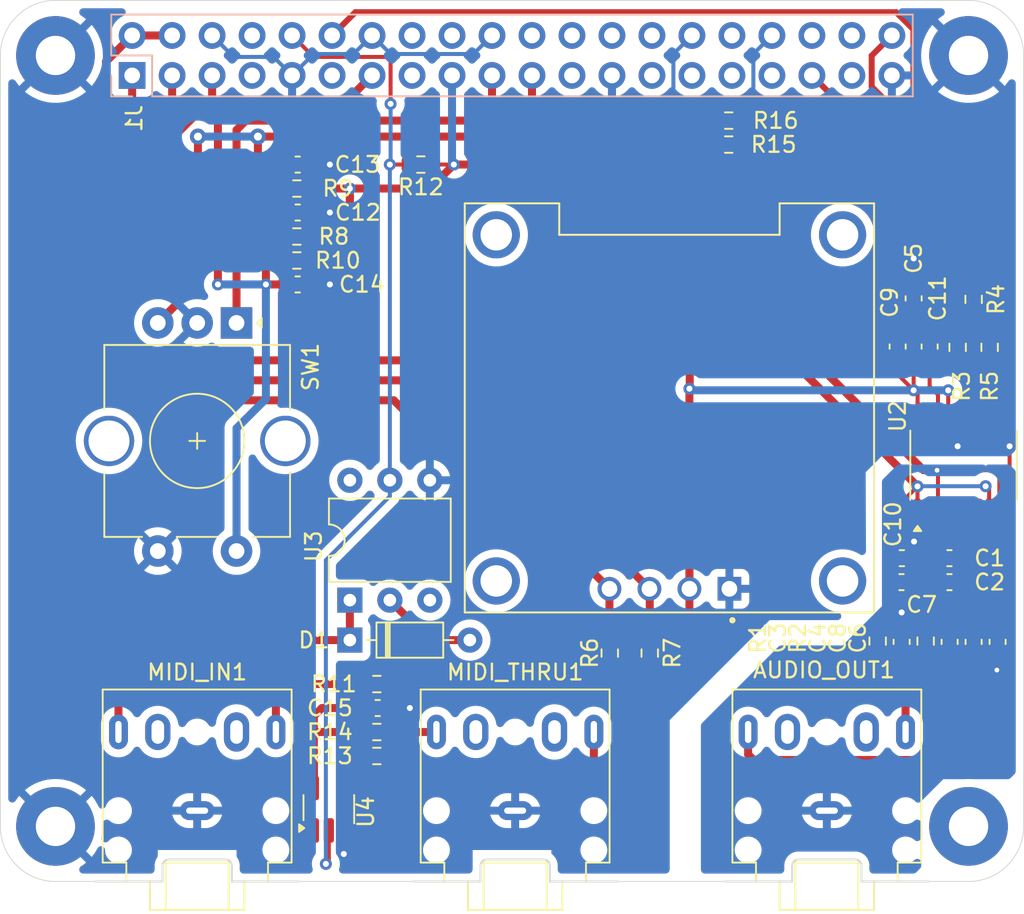
<source format=kicad_pcb>
(kicad_pcb (version 20240108) (generator "pcbnew") (generator_version "8.0")
  (layers (0 "F.Cu" signal) (31 "B.Cu" signal) (34 "B.Paste" user) (35 "F.Paste" user) (36 "B.SilkS" user "B.Silkscreen") (37 "F.SilkS" user "F.Silkscreen") (38 "B.Mask" user) (39 "F.Mask" user) (44 "Edge.Cuts" user))
  (net 0 "")
  (net 21 "Net-(D1-A)")
  (net 24 "Net-(D1-K)")
  (net 27 "GND")
  (net 28 "Net-(J1-SCL{slash}GPIO3)")
  (net 29 "3V3")
  (net 30 "Net-(J1-SDA{slash}GPIO2)")
  (net 31 "GNDA")
  (net 32 "ENCA")
  (net 33 "ENCB")
  (net 34 "ENCS")
  (net 36 "Net-(U2-CAPM)")
  (net 37 "Net-(U2-CAPP)")
  (net 38 "Net-(U2-VNEG)")
  (net 39 "Net-(U2-LDOO)")
  (net 40 "Net-(AUDIO_OUT1-PadT)")
  (net 41 "Net-(AUDIO_OUT1-PadR)")
  (net 42 "Net-(U2-OUTL)")
  (net 43 "Net-(U2-OUTR)")
  (net 44 "LRCK")
  (net 45 "DIN")
  (net 46 "BCK")
  (net 47 "Net-(U2-LRCK)")
  (net 48 "Net-(U2-DIN)")
  (net 49 "Net-(U2-BCK)")
  (net 50 "AVDD")
  (net 51 "Net-(MIDI_IN1-PadT)")
  (net 52 "MIDIRX")
  (net 55 "5V")
  (net 56 "Net-(MIDI_THRU1-PadT)")
  (net 57 "Net-(MIDI_THRU1-PadR)")
  (net 58 "Net-(R13-Pad2)")
  (footprint "Capacitor_SMD:C_0603_1608Metric" (layer "F.Cu") (at 174.498 118.503 -90)
    (property "Reference" "C9")
    (property "Value" "0.1u" (hide yes))
  )
  (footprint "Resistor_SMD:R_0603_1608Metric" (layer "F.Cu") (at 136.335 113.03 180)
    (property "Reference" "R10")
    (property "Value" "4k7" (hide yes))
  )
  (footprint "DM-OLED096-636:MODULE_DM-OLED096-636" (layer "F.Cu") (at 160 122.4 180)
    (property "Reference" "U1" (hide yes))
    (property "Value" "DM-OLED096-636" (hide yes))
  )
  (footprint "Connector_Audio:Jack_3.5mm_CUI_SJ1-3525N_Horizontal" (layer "F.Cu") (at 170 148)
    (property "Reference" "AUDIO_OUT1")
    (property "Value" "AudioJack3_SwitchTR" (hide yes))
    (fp_line (start -2.2 3.5) (end -2.2 4.5) (stroke (width 0.12)) (layer "Edge.Cuts"))
    (fp_line (start -2.2 4.5) (end -6.5 4.5) (stroke (width 0.12)) (layer "Edge.Cuts"))
    (fp_line (start 1.8 3.1) (end -1.8 3.1) (stroke (width 0.12)) (layer "Edge.Cuts"))
    (fp_line (start 2.2 3.5) (end 2.2 4.5) (stroke (width 0.12)) (layer "Edge.Cuts"))
    (fp_line (start 2.2 4.5) (end 6.5 4.5) (stroke (width 0.12)) (layer "Edge.Cuts"))
    (fp_arc (start -2.2 3.5) (mid -2.082842 3.217158) (end -1.8 3.1) (stroke (width 0.12)) (layer "Edge.Cuts"))
    (fp_arc (start 1.8 3.1) (mid 2.082843 3.217157) (end 2.2 3.5) (stroke (width 0.12)) (layer "Edge.Cuts"))
  )
  (footprint "Rotary_Encoder:RotaryEncoder_Alps_EC11E-Switch_Vertical_H20mm_CircularMountingHoles" (layer "F.Cu") (at 132.5 117 -90)
    (property "Reference" "SW1")
    (property "Value" "RotaryEncoder_Switch" (hide yes))
  )
  (footprint "Resistor_SMD:R_0603_1608Metric" (layer "F.Cu") (at 173.228 137.223 -90)
    (property "Reference" "R1")
    (property "Value" "470" (hide yes))
  )
  (footprint "Capacitor_SMD:C_0603_1608Metric" (layer "F.Cu") (at 136.385 109.982 180)
    (property "Reference" "C12")
    (property "Value" "10n" (hide yes))
  )
  (footprint "Capacitor_SMD:C_0603_1608Metric" (layer "F.Cu") (at 136.385 106.934 180)
    (property "Reference" "C13")
    (property "Value" "10n" (hide yes))
  )
  (footprint "Capacitor_SMD:C_0603_1608Metric" (layer "F.Cu") (at 180.848 137.273 90)
    (property "Reference" "C6")
    (property "Value" "2.2u" (hide yes))
  )
  (footprint "Package_SO:TSSOP-20_4.4x6.5mm_P0.65mm" (layer "F.Cu") (at 178.685 126.0415 90)
    (property "Reference" "U2")
    (property "Value" "PCM5102A")
  )
  (footprint "Capacitor_SMD:C_0603_1608Metric" (layer "F.Cu") (at 175.514 115.442 -90)
    (property "Reference" "C5")
    (property "Value" "2.2u" (hide yes))
  )
  (footprint "Resistor_SMD:R_0603_1608Metric" (layer "F.Cu") (at 144.209 106.934 180)
    (property "Reference" "R12")
    (property "Value" "470" (hide yes))
  )
  (footprint "Capacitor_SMD:C_0603_1608Metric" (layer "F.Cu") (at 177.787 131.952)
    (property "Reference" "C1")
    (property "Value" "2.2u" (hide yes))
  )
  (footprint "Capacitor_SMD:C_0603_1608Metric" (layer "F.Cu") (at 177.8 137.273 90)
    (property "Reference" "C4")
    (property "Value" "2.2u" (hide yes))
  )
  (footprint "Resistor_SMD:R_0603_1608Metric" (layer "F.Cu") (at 163.767 105.664 180)
    (property "Reference" "R15")
    (property "Value" "0" (hide yes))
  )
  (footprint "Resistor_SMD:R_0603_1608Metric" (layer "F.Cu") (at 141.415 143.002 180)
    (property "Reference" "R14")
    (property "Value" "220" (hide yes))
  )
  (footprint "Capacitor_SMD:C_0603_1608Metric" (layer "F.Cu") (at 179.324 137.273 90)
    (property "Reference" "C8")
    (property "Value" "0.1u" (hide yes))
  )
  (footprint "MountingHole:MountingHole_2.5mm_Pad" (layer "F.Cu") (at 121 100)
    (property "Reference" "REF**" (hide yes))
    (property "Value" "MountingHole_2.5mm_Pad" (hide yes))
  )
  (footprint "Resistor_SMD:R_0603_1608Metric" (layer "F.Cu") (at 163.767 104.14 180)
    (property "Reference" "R16")
    (property "Value" "0" (hide yes))
  )
  (footprint "MountingHole:MountingHole_2.5mm_Pad" (layer "F.Cu") (at 179 149)
    (property "Reference" "REF**" (hide yes))
    (property "Value" "MountingHole_2.5mm_Pad" (hide yes))
  )
  (footprint "Capacitor_SMD:C_0603_1608Metric" (layer "F.Cu") (at 174.752 137.273 90)
    (property "Reference" "C3")
    (property "Value" "2.2u" (hide yes))
  )
  (footprint "Diode_THT:D_DO-35_SOD27_P7.62mm_Horizontal" (layer "F.Cu") (at 139.7 137.16)
    (property "Reference" "D1")
    (property "Value" "1N4148" (hide yes))
  )
  (footprint "Capacitor_SMD:C_0603_1608Metric" (layer "F.Cu") (at 174.765 131.952 180)
    (property "Reference" "C10")
    (property "Value" "0.1u" (hide yes))
  )
  (footprint "Connector_Audio:Jack_3.5mm_CUI_SJ1-3525N_Horizontal" (layer "F.Cu") (at 150.2 148)
    (property "Reference" "MIDI_THRU1")
    (property "Value" "AudioJack3_SwitchTR" (hide yes))
    (fp_line (start -2.2 3.5) (end -2.2 4.5) (stroke (width 0.12)) (layer "Edge.Cuts"))
    (fp_line (start -2.2 4.5) (end -6.5 4.5) (stroke (width 0.12)) (layer "Edge.Cuts"))
    (fp_line (start 1.8 3.1) (end -1.8 3.1) (stroke (width 0.12)) (layer "Edge.Cuts"))
    (fp_line (start 2.2 3.5) (end 2.2 4.5) (stroke (width 0.12)) (layer "Edge.Cuts"))
    (fp_line (start 2.2 4.5) (end 6.5 4.5) (stroke (width 0.12)) (layer "Edge.Cuts"))
    (fp_arc (start -2.2 3.5) (mid -2.082842 3.217158) (end -1.8 3.1) (stroke (width 0.12)) (layer "Edge.Cuts"))
    (fp_arc (start 1.8 3.1) (mid 2.082843 3.217157) (end 2.2 3.5) (stroke (width 0.12)) (layer "Edge.Cuts"))
  )
  (footprint "Capacitor_SMD:C_0603_1608Metric" (layer "F.Cu") (at 136.385 114.554 180)
    (property "Reference" "C14")
    (property "Value" "10n" (hide yes))
  )
  (footprint "Capacitor_SMD:C_0603_1608Metric" (layer "F.Cu") (at 176.53 118.503 90)
    (property "Reference" "C11")
    (property "Value" "0.1u" (hide yes))
  )
  (footprint "Resistor_SMD:R_0603_1608Metric" (layer "F.Cu") (at 180.34 118.553 -90)
    (property "Reference" "R5")
    (property "Value" "22" (hide yes))
  )
  (footprint "Resistor_SMD:R_0603_1608Metric" (layer "F.Cu") (at 179.324 115.505 -90)
    (property "Reference" "R4")
    (property "Value" "22" (hide yes))
  )
  (footprint "Resistor_SMD:R_0603_1608Metric" (layer "F.Cu") (at 156.21 137.985 -90)
    (property "Reference" "R6")
    (property "Value" "4k7" (hide yes))
  )
  (footprint "Resistor_SMD:R_0603_1608Metric" (layer "F.Cu") (at 141.415 139.954 180)
    (property "Reference" "R11")
    (property "Value" "220" (hide yes))
  )
  (footprint "Resistor_SMD:R_0603_1608Metric" (layer "F.Cu") (at 136.335 111.506 180)
    (property "Reference" "R8")
    (property "Value" "4k7" (hide yes))
  )
  (footprint "MountingHole:MountingHole_2.5mm_Pad" (layer "F.Cu") (at 121 149)
    (property "Reference" "REF**" (hide yes))
    (property "Value" "MountingHole_2.5mm_Pad" (hide yes))
  )
  (footprint "Resistor_SMD:R_0603_1608Metric" (layer "F.Cu") (at 141.415 144.526 180)
    (property "Reference" "R13")
    (property "Value" "220" (hide yes))
  )
  (footprint "Resistor_SMD:R_0603_1608Metric" (layer "F.Cu") (at 136.335 108.458 180)
    (property "Reference" "R9")
    (property "Value" "4k7" (hide yes))
  )
  (footprint "Resistor_SMD:R_0603_1608Metric" (layer "F.Cu") (at 178.308 118.553 -90)
    (property "Reference" "R3")
    (property "Value" "22" (hide yes))
  )
  (footprint "Capacitor_SMD:C_0603_1608Metric" (layer "F.Cu") (at 177.787 133.476 180)
    (property "Reference" "C2")
    (property "Value" "2.2u" (hide yes))
  )
  (footprint "Capacitor_SMD:C_0603_1608Metric" (layer "F.Cu") (at 174.739 133.476 180)
    (property "Reference" "C7")
    (property "Value" "2.2u" (hide yes))
  )
  (footprint "Capacitor_SMD:C_0603_1608Metric" (layer "F.Cu") (at 141.465 141.478 180)
    (property "Reference" "C15")
    (property "Value" "0.1u" (hide yes))
  )
  (footprint "Package_TO_SOT_SMD:SOT-23-5_HandSoldering" (layer "F.Cu") (at 138.364 147.908 90)
    (property "Reference" "U4")
    (property "Value" "74LVC1G17" (hide yes))
  )
  (footprint "Resistor_SMD:R_0603_1608Metric" (layer "F.Cu") (at 176.276 137.223 -90)
    (property "Reference" "R2")
    (property "Value" "470" (hide yes))
  )
  (footprint "MountingHole:MountingHole_2.5mm_Pad" (layer "F.Cu") (at 179 100)
    (property "Reference" "REF**" (hide yes))
    (property "Value" "MountingHole_2.5mm_Pad" (hide yes))
  )
  (footprint "Package_DIP:DIP-6_W7.62mm" (layer "F.Cu") (at 139.7 134.62 90)
    (property "Reference" "U3")
    (property "Value" "4N35" (hide yes))
  )
  (footprint "Connector_Audio:Jack_3.5mm_CUI_SJ1-3525N_Horizontal" (layer "F.Cu") (at 130 148)
    (property "Reference" "MIDI_IN1")
    (property "Value" "AudioJack3_SwitchTR" (hide yes))
    (fp_line (start -2.2 3.5) (end -2.2 4.5) (stroke (width 0.12)) (layer "Edge.Cuts"))
    (fp_line (start -2.2 4.5) (end -6.5 4.5) (stroke (width 0.12)) (layer "Edge.Cuts"))
    (fp_line (start 1.8 3.1) (end -1.8 3.1) (stroke (width 0.12)) (layer "Edge.Cuts"))
    (fp_line (start 2.2 3.5) (end 2.2 4.5) (stroke (width 0.12)) (layer "Edge.Cuts"))
    (fp_line (start 2.2 4.5) (end 6.5 4.5) (stroke (width 0.12)) (layer "Edge.Cuts"))
    (fp_arc (start -2.2 3.5) (mid -2.082842 3.217158) (end -1.8 3.1) (stroke (width 0.12)) (layer "Edge.Cuts"))
    (fp_arc (start 1.8 3.1) (mid 2.082843 3.217157) (end 2.2 3.5) (stroke (width 0.12)) (layer "Edge.Cuts"))
  )
  (footprint "Resistor_SMD:R_0603_1608Metric" (layer "F.Cu") (at 158.75 137.985 -90)
    (property "Reference" "R7")
    (property "Value" "4k7" (hide yes))
  )
  (footprint "Connector_PinSocket_2.54mm:PinSocket_2x20_P2.54mm_Vertical" (layer "B.Cu") (at 125.87 101.27 -90)
    (property "Reference" "J1")
    (property "Value" "Raspberry_Pi_2_3" (hide yes))
  )
  (gr_arc (start 182.5 149) (mid 181.474874 151.474874) (end 179 152.5) (stroke (width 0.05)) (layer "Edge.Cuts"))
  (gr_line (start 179 96.5) (end 121 96.5) (stroke (width 0.05)) (layer "Edge.Cuts"))
  (gr_line (start 143.7 152.5) (end 136.5 152.5) (stroke (width 0.05)) (layer "Edge.Cuts"))
  (gr_line (start 163.5 152.5) (end 156.7 152.5) (stroke (width 0.05)) (layer "Edge.Cuts"))
  (gr_line (start 182.5 149) (end 182.5 100) (stroke (width 0.05)) (layer "Edge.Cuts"))
  (gr_line (start 117.5 100) (end 117.5 149) (stroke (width 0.05)) (layer "Edge.Cuts"))
  (gr_arc (start 179 96.5) (mid 181.474874 97.525126) (end 182.5 100) (stroke (width 0.05)) (layer "Edge.Cuts"))
  (gr_line (start 176.5 152.5) (end 179 152.5) (stroke (width 0.05)) (layer "Edge.Cuts"))
  (gr_arc (start 121 152.5) (mid 118.525126 151.474874) (end 117.5 149) (stroke (width 0.05)) (layer "Edge.Cuts"))
  (gr_arc (start 117.5 100) (mid 118.525126 97.525126) (end 121 96.5) (stroke (width 0.05)) (layer "Edge.Cuts"))
  (gr_line (start 123.5 152.5) (end 121 152.5) (stroke (width 0.05)) (layer "Edge.Cuts"))
  (segment (start 144.78 139.192) (end 144.018 139.954) (width 0.508) (layer "F.Cu") (net 21))
  (segment (start 144.78 137.16) (end 144.78 139.192) (width 0.508) (layer "F.Cu") (net 21))
  (segment (start 144.018 139.954) (end 142.24 139.954) (width 0.508) (layer "F.Cu") (net 21))
  (segment (start 147.32 137.16) (end 144.78 137.16) (width 0.508) (layer "F.Cu") (net 21))
  (segment (start 144.78 137.16) (end 142.24 134.62) (width 0.508) (layer "F.Cu") (net 21))
  (segment (start 125 140.43) (end 125 143) (width 0.508) (layer "F.Cu") (net 24))
  (segment (start 139.7 137.16) (end 128.27 137.16) (width 0.508) (layer "F.Cu") (net 24))
  (segment (start 128.27 137.16) (end 125 140.43) (width 0.508) (layer "F.Cu") (net 24))
  (segment (start 139.7 134.62) (end 139.7 137.16) (width 0.508) (layer "F.Cu") (net 24))
  (segment (start 175.514 114.667) (end 175.514 112.902) (width 0.254) (layer "F.Cu") (net 27))
  (segment (start 180.96 123.179) (end 180.96 124.728) (width 0.254) (layer "F.Cu") (net 27))
  (segment (start 174.498 113.918) (end 174.498 117.728) (width 0.254) (layer "F.Cu") (net 27))
  (segment (start 176.41 124.466) (end 176.41 123.179) (width 0.254) (layer "F.Cu") (net 27))
  (segment (start 137.16 106.934) (end 138.43 106.934) (width 0.508) (layer "F.Cu") (net 27))
  (segment (start 181.61 124.84) (end 181.61 128.904) (width 0.254) (layer "F.Cu") (net 27))
  (segment (start 142.24 141.478) (end 143.51 141.478) (width 0.508) (layer "F.Cu") (net 27))
  (segment (start 181.61 124.84) (end 180.848 124.84) (width 0.254) (layer "F.Cu") (net 27))
  (segment (start 137.16 109.982) (end 138.43 109.982) (width 0.508) (layer "F.Cu") (net 27))
  (segment (start 178.36 123.179) (end 178.36 124.788) (width 0.254) (layer "F.Cu") (net 27))
  (segment (start 137.16 114.554) (end 138.43 114.554) (width 0.508) (layer "F.Cu") (net 27))
  (segment (start 178.308 124.84) (end 176.784 124.84) (width 0.254) (layer "F.Cu") (net 27))
  (segment (start 176.53 117.728) (end 176.53 113.918) (width 0.254) (layer "F.Cu") (net 27))
  (segment (start 180.96 124.728) (end 180.848 124.84) (width 0.254) (layer "F.Cu") (net 27))
  (segment (start 178.36 124.788) (end 178.308 124.84) (width 0.254) (layer "F.Cu") (net 27))
  (segment (start 139.314 149.258) (end 139.314 150.754) (width 0.508) (layer "F.Cu") (net 27))
  (segment (start 156.972 104.14) (end 156.35 103.518) (width 0.508) (layer "F.Cu") (net 27))
  (segment (start 162.942 104.14) (end 156.972 104.14) (width 0.508) (layer "F.Cu") (net 27))
  (segment (start 156.35 103.518) (end 156.35 101.27) (width 0.508) (layer "F.Cu") (net 27))
  (segment (start 175.514 112.902) (end 174.498 113.918) (width 0.254) (layer "F.Cu") (net 27))
  (segment (start 176.53 113.918) (end 175.514 112.902) (width 0.254) (layer "F.Cu") (net 27))
  (segment (start 181.61 123.179) (end 181.61 124.84) (width 0.254) (layer "F.Cu") (net 27))
  (segment (start 176.784 124.84) (end 176.41 124.466) (width 0.254) (layer "F.Cu") (net 27))
  (segment (start 180.848 124.84) (end 178.308 124.84) (width 0.254) (layer "F.Cu") (net 27))
  (via (at 175.514 112.902) (size 0.762) (drill 0.381) (layers "F.Cu" "B.Cu") (net 27))
  (via (at 138.43 109.982) (size 0.762) (drill 0.381) (layers "F.Cu" "B.Cu") (net 27))
  (via (at 181.61 124.84) (size 0.762) (drill 0.381) (layers "F.Cu" "B.Cu") (net 27))
  (via (at 139.314 150.754) (size 0.762) (drill 0.381) (layers "F.Cu" "B.Cu") (net 27))
  (via (at 143.51 141.478) (size 0.762) (drill 0.381) (layers "F.Cu" "B.Cu") (net 27))
  (via (at 138.43 106.934) (size 0.762) (drill 0.381) (layers "F.Cu" "B.Cu") (net 27))
  (via (at 178.308 124.84) (size 0.762) (drill 0.381) (layers "F.Cu" "B.Cu") (net 27))
  (via (at 138.43 114.554) (size 0.762) (drill 0.381) (layers "F.Cu" "B.Cu") (net 27))
  (segment (start 165.333 102.383) (end 164.592 103.124) (width 0.254) (layer "B.Cu") (net 27))
  (segment (start 160.02 103.124) (end 156.718 103.124) (width 0.254) (layer "B.Cu") (net 27))
  (segment (start 156.718 103.124) (end 156.35 102.756) (width 0.254) (layer "B.Cu") (net 27))
  (segment (start 142.287 99.907) (end 147.553 99.907) (width 0.254) (layer "B.Cu") (net 27))
  (segment (start 166.51 98.73) (end 165.333 99.907) (width 0.254) (layer "B.Cu") (net 27))
  (segment (start 161.43 98.73) (end 160.253 99.907) (width 0.254) (layer "B.Cu") (net 27))
  (segment (start 165.333 99.907) (end 165.333 102.383) (width 0.254) (layer "B.Cu") (net 27))
  (segment (start 164.592 103.124) (end 160.02 103.124) (width 0.254) (layer "B.Cu") (net 27))
  (segment (start 137.393 99.907) (end 139.933 99.907) (width 0.254) (layer "B.Cu") (net 27))
  (segment (start 132.313 100.093) (end 134.853 100.093) (width 0.254) (layer "B.Cu") (net 27))
  (segment (start 160.253 99.907) (end 160.253 102.891) (width 0.254) (layer "B.Cu") (net 27))
  (segment (start 134.853 100.093) (end 136.03 101.27) (width 0.254) (layer "B.Cu") (net 27))
  (segment (start 160.253 102.891) (end 160.02 103.124) (width 0.254) (layer "B.Cu") (net 27))
  (segment (start 156.35 102.756) (end 156.35 101.27) (width 0.254) (layer "B.Cu") (net 27))
  (segment (start 136.03 101.27) (end 137.393 99.907) (width 0.254) (layer "B.Cu") (net 27))
  (segment (start 139.933 99.907) (end 141.11 98.73) (width 0.254) (layer "B.Cu") (net 27))
  (segment (start 147.553 99.907) (end 148.73 98.73) (width 0.254) (layer "B.Cu") (net 27))
  (segment (start 141.11 98.73) (end 142.287 99.907) (width 0.254) (layer "B.Cu") (net 27))
  (segment (start 130.95 98.73) (end 132.313 100.093) (width 0.254) (layer "B.Cu") (net 27))
  (segment (start 130.95 102.73) (end 125.73 107.95) (width 0.508) (layer "F.Cu") (net 28))
  (segment (start 144.21 119.38) (end 158.73 133.9) (width 0.508) (layer "F.Cu") (net 28))
  (segment (start 125.73 107.95) (end 125.73 118.11) (width 0.508) (layer "F.Cu") (net 28))
  (segment (start 158.75 137.16) (end 158.75 133.92) (width 0.508) (layer "F.Cu") (net 28))
  (segment (start 158.75 133.92) (end 158.73 133.9) (width 0.508) (layer "F.Cu") (net 28))
  (segment (start 127 119.38) (end 144.21 119.38) (width 0.508) (layer "F.Cu") (net 28))
  (segment (start 130.95 101.27) (end 130.95 102.73) (width 0.508) (layer "F.Cu") (net 28))
  (segment (start 125.73 118.11) (end 127 119.38) (width 0.508) (layer "F.Cu") (net 28))
  (segment (start 138.684 113.03) (end 139.7 112.014) (width 0.508) (layer "F.Cu") (net 29))
  (segment (start 139.7 108.966) (end 139.7 110.236) (width 0.508) (layer "F.Cu") (net 29))
  (segment (start 177.71 123.179) (end 177.71 121.284969) (width 0.254) (layer "F.Cu") (net 29))
  (segment (start 155.107 139.867) (end 154.432 139.192) (width 0.508) (layer "F.Cu") (net 29))
  (segment (start 139.7 108.458) (end 144.78 108.458) (width 0.508) (layer "F.Cu") (net 29))
  (segment (start 139.7 108.966) (end 139.7 110.49) (width 0.508) (layer "F.Cu") (net 29))
  (segment (start 161.29 105.664) (end 162.942 105.664) (width 0.508) (layer "F.Cu") (net 29))
  (segment (start 125.984 121.92) (end 123.698 119.634) (width 0.508) (layer "F.Cu") (net 29))
  (segment (start 161.29 121.158) (end 161.29 105.664) (width 0.508) (layer "F.Cu") (net 29))
  (segment (start 160.361 139.867) (end 158.75 139.867) (width 0.508) (layer "F.Cu") (net 29))
  (segment (start 137.16 111.506) (end 139.7 111.506) (width 0.508) (layer "F.Cu") (net 29))
  (segment (start 145.034 106.934) (end 146.304 106.934) (width 0.254) (layer "F.Cu") (net 29))
  (segment (start 160.02 106.934) (end 161.29 105.664) (width 0.508) (layer "F.Cu") (net 29))
  (segment (start 137.16 113.03) (end 138.684 113.03) (width 0.508) (layer "F.Cu") (net 29))
  (segment (start 139.7 111.506) (end 139.7 110.49) (width 0.508) (layer "F.Cu") (net 29))
  (segment (start 175.514 121.284) (end 174.498 120.268) (width 0.254) (layer "F.Cu") (net 29))
  (segment (start 123.698 119.634) (end 123.698 106.426) (width 0.508) (layer "F.Cu") (net 29))
  (segment (start 154.432 139.192) (end 154.432 133.858) (width 0.508) (layer "F.Cu") (net 29))
  (segment (start 158.75 138.81) (end 158.75 139.867) (width 0.508) (layer "F.Cu") (net 29))
  (segment (start 156.21 139.867) (end 155.107 139.867) (width 0.508) (layer "F.Cu") (net 29))
  (segment (start 161.27 133.9) (end 161.27 138.958) (width 0.508) (layer "F.Cu") (net 29))
  (segment (start 161.27 121.178) (end 161.27 133.9) (width 0.508) (layer "F.Cu") (net 29))
  (segment (start 156.21 138.81) (end 156.21 139.867) (width 0.508) (layer "F.Cu") (net 29))
  (segment (start 174.498 120.268) (end 174.498 119.278) (width 0.254) (layer "F.Cu") (net 29))
  (segment (start 125.87 104.254) (end 125.87 101.27) (width 0.508) (layer "F.Cu") (net 29))
  (segment (start 161.27 138.958) (end 160.361 139.867) (width 0.508) (layer "F.Cu") (net 29))
  (segment (start 139.7 112.014) (end 139.7 111.506) (width 0.508) (layer "F.Cu") (net 29))
  (segment (start 154.432 133.858) (end 142.494 121.92) (width 0.508) (layer "F.Cu") (net 29))
  (segment (start 137.16 108.458) (end 139.7 108.458) (width 0.508) (layer "F.Cu") (net 29))
  (segment (start 144.78 108.458) (end 146.304 106.934) (width 0.508) (layer "F.Cu") (net 29))
  (segment (start 175.768 121.538) (end 175.768 122.046) (width 0.254) (layer "F.Cu") (net 29))
  (segment (start 177.71 121.284969) (end 177.711685 121.283284) (width 0.254) (layer "F.Cu") (net 29))
  (segment (start 175.514 116.217) (end 175.514 121.284) (width 0.254) (layer "F.Cu") (net 29))
  (segment (start 175.768 122.046) (end 175.76 122.054) (width 0.254) (layer "F.Cu") (net 29))
  (segment (start 158.75 139.867) (end 156.21 139.867) (width 0.508) (layer "F.Cu") (net 29))
  (segment (start 146.304 106.934) (end 160.02 106.934) (width 0.508) (layer "F.Cu") (net 29))
  (segment (start 175.76 122.054) (end 175.76 123.179) (width 0.254) (layer "F.Cu") (net 29))
  (segment (start 139.7 108.458) (end 139.7 108.966) (width 0.508) (layer "F.Cu") (net 29))
  (segment (start 161.27 133.9) (end 161.27 123.444) (width 0.508) (layer "F.Cu") (net 29))
  (segment (start 142.494 121.92) (end 125.984 121.92) (width 0.508) (layer "F.Cu") (net 29))
  (segment (start 175.514 121.284) (end 175.768 121.538) (width 0.254) (layer "F.Cu") (net 29))
  (segment (start 123.698 106.426) (end 125.87 104.254) (width 0.508) (layer "F.Cu") (net 29))
  (via (at 161.27 121.178) (size 0.762) (drill 0.381) (layers "F.Cu" "B.Cu") (net 29))
  (via (at 146.304 106.934) (size 0.762) (drill 0.381) (layers "F.Cu" "B.Cu") (net 29))
  (via (at 175.514 121.284) (size 0.762) (drill 0.381) (layers "F.Cu" "B.Cu") (net 29))
  (via (at 177.711685 121.283284) (size 0.762) (drill 0.381) (layers "F.Cu" "B.Cu") (net 29))
  (via (at 139.7 108.458) (size 0.762) (drill 0.381) (layers "F.Cu" "B.Cu") (net 29))
  (segment (start 161.376 121.284) (end 175.514 121.284) (width 0.508) (layer "B.Cu") (net 29))
  (segment (start 161.27 121.178) (end 161.376 121.284) (width 0.508) (layer "B.Cu") (net 29))
  (segment (start 146.19 106.82) (end 146.19 101.27) (width 0.508) (layer "B.Cu") (net 29))
  (segment (start 175.514716 121.283284) (end 175.514 121.284) (width 0.254) (layer "B.Cu") (net 29))
  (segment (start 146.304 106.934) (end 146.19 106.82) (width 0.508) (layer "B.Cu") (net 29))
  (segment (start 177.711685 121.283284) (end 175.514716 121.283284) (width 0.508) (layer "B.Cu") (net 29))
  (segment (start 156.19 135.636) (end 156.21 135.656) (width 0.508) (layer "F.Cu") (net 30))
  (segment (start 142.94 120.65) (end 126.492 120.65) (width 0.508) (layer "F.Cu") (net 30))
  (segment (start 156.21 135.656) (end 156.21 137.16) (width 0.508) (layer "F.Cu") (net 30))
  (segment (start 126.492 120.65) (end 124.714 118.872) (width 0.508) (layer "F.Cu") (net 30))
  (segment (start 128.41 103.492) (end 128.41 101.27) (width 0.508) (layer "F.Cu") (net 30))
  (segment (start 156.19 133.9) (end 156.19 135.636) (width 0.508) (layer "F.Cu") (net 30))
  (segment (start 156.19 133.9) (end 142.94 120.65) (width 0.508) (layer "F.Cu") (net 30))
  (segment (start 124.714 118.872) (end 124.714 107.188) (width 0.508) (layer "F.Cu") (net 30))
  (segment (start 124.714 107.188) (end 128.41 103.492) (width 0.508) (layer "F.Cu") (net 30))
  (segment (start 166.878 105.156) (end 165.862 104.14) (width 0.508) (layer "F.Cu") (net 31))
  (segment (start 177.06 128.904) (end 177.06 126.386) (width 0.254) (layer "F.Cu") (net 31))
  (segment (start 177.06 126.386) (end 177.038 126.364) (width 0.254) (layer "F.Cu") (net 31))
  (segment (start 177.012 133.476) (end 175.514 133.476) (width 0.254) (layer "F.Cu") (net 31))
  (segment (start 180.8 139.064) (end 180.34 139.064) (width 0.254) (layer "F.Cu") (net 31))
  (segment (start 175.514 133.476) (end 175.514 131.978) (width 0.254) (layer "F.Cu") (net 31))
  (segment (start 175.54 130.895263) (end 175.54 131.952) (width 0.254) (layer "F.Cu") (net 31))
  (segment (start 177.038 126.364) (end 180.564 126.364) (width 0.254) (layer "F.Cu") (net 31))
  (segment (start 174.752 136.498) (end 174.752 135.4) (width 0.254) (layer "F.Cu") (net 31))
  (segment (start 180.564 126.364) (end 180.96 126.76) (width 0.254) (layer "F.Cu") (net 31))
  (segment (start 180.34 139.064) (end 177.8 136.524) (width 0.254) (layer "F.Cu") (net 31))
  (segment (start 180.96 126.76) (end 180.96 128.904) (width 0.254) (layer "F.Cu") (net 31))
  (segment (start 180.848 139.064) (end 180.848 137.54) (width 0.254) (layer "F.Cu") (net 31))
  (segment (start 166.878 117.094) (end 166.878 105.156) (width 0.508) (layer "F.Cu") (net 31))
  (segment (start 175.514 131.978) (end 175.54 131.952) (width 0.254) (layer "F.Cu") (net 31))
  (segment (start 177 126.364) (end 176.148 126.364) (width 0.508) (layer "F.Cu") (net 31))
  (segment (start 165.862 104.14) (end 164.592 104.14) (width 0.508) (layer "F.Cu") (net 31))
  (segment (start 177.038 126.364) (end 177 126.364) (width 0.508) (layer "F.Cu") (net 31))
  (segment (start 176.148 126.364) (end 166.878 117.094) (width 0.508) (layer "F.Cu") (net 31))
  (via (at 177 126.364) (size 0.6) (drill 0.3) (layers "F.Cu" "B.Cu") (net 31))
  (via (at 175.54 130.895263) (size 0.762) (drill 0.381) (layers "F.Cu" "B.Cu") (net 31))
  (via (at 180.8 139.064) (size 0.6) (drill 0.3) (layers "F.Cu" "B.Cu") (net 31))
  (via (at 174.752 135.4) (size 0.762) (drill 0.381) (layers "F.Cu" "B.Cu") (net 31))
  (segment (start 175.694632 130.740631) (end 175.54 130.895263) (width 0.254) (layer "B.Cu") (net 31))
  (segment (start 175.702 130.740631) (end 175.694632 130.740631) (width 0.254) (layer "B.Cu") (net 31))
  (segment (start 175.54 130.895263) (end 175.554737 130.895263) (width 0.254) (layer "B.Cu") (net 31))
  (segment (start 181.464 135.4) (end 181.483 135.381) (width 0.254) (layer "B.Cu") (net 31))
  (segment (start 132.5 104.736) (end 133.096 104.14) (width 0.508) (layer "F.Cu") (net 32))
  (segment (start 132.5 111.506) (end 132.5 109.982) (width 0.508) (layer "F.Cu") (net 32))
  (segment (start 135.51 111.506) (end 132.5 111.506) (width 0.508) (layer "F.Cu") (net 32))
  (segment (start 133.096 104.14) (end 147.574 104.14) (width 0.508) (layer "F.Cu") (net 32))
  (segment (start 148.73 102.984) (end 148.73 101.27) (width 0.508) (layer "F.Cu") (net 32))
  (segment (start 147.574 104.14) (end 148.73 102.984) (width 0.508) (layer "F.Cu") (net 32))
  (segment (start 132.5 117) (end 132.5 111.506) (width 0.508) (layer "F.Cu") (net 32))
  (segment (start 135.61 109.982) (end 132.5 109.982) (width 0.508) (layer "F.Cu") (net 32))
  (segment (start 132.5 111.252) (end 132.5 104.736) (width 0.508) (layer "F.Cu") (net 32))
  (segment (start 134.366 108.458) (end 133.858 107.95) (width 0.508) (layer "F.Cu") (net 33))
  (segment (start 133.858 105.156) (end 149.098 105.156) (width 0.508) (layer "F.Cu") (net 33))
  (segment (start 135.61 106.934) (end 133.858 106.934) (width 0.508) (layer "F.Cu") (net 33))
  (segment (start 149.098 105.156) (end 151.27 102.984) (width 0.508) (layer "F.Cu") (net 33))
  (segment (start 130.048 105.156) (end 130.048 114.452) (width 0.508) (layer "F.Cu") (net 33))
  (segment (start 135.51 108.458) (end 134.366 108.458) (width 0.508) (layer "F.Cu") (net 33))
  (segment (start 151.27 102.984) (end 151.27 101.27) (width 0.508) (layer "F.Cu") (net 33))
  (segment (start 133.858 107.95) (end 133.858 106.934) (width 0.508) (layer "F.Cu") (net 33))
  (segment (start 133.858 105.156) (end 133.858 106.934) (width 0.508) (layer "F.Cu") (net 33))
  (segment (start 130.048 114.452) (end 127.5 117) (width 0.508) (layer "F.Cu") (net 33))
  (via (at 133.858 105.156) (size 1.016) (drill 0.508) (layers "F.Cu" "B.Cu") (net 33))
  (via (at 130.048 105.156) (size 1.016) (drill 0.508) (layers "F.Cu" "B.Cu") (net 33))
  (segment (start 130.048 105.156) (end 133.858 105.156) (width 0.508) (layer "B.Cu") (net 33))
  (segment (start 139.256 103.124) (end 141.11 101.27) (width 0.508) (layer "F.Cu") (net 34))
  (segment (start 132.334 103.124) (end 139.256 103.124) (width 0.508) (layer "F.Cu") (net 34))
  (segment (start 131.318 114.554) (end 131.318 104.14) (width 0.508) (layer "F.Cu") (net 34))
  (segment (start 134.62 113.03) (end 135.51 113.03) (width 0.508) (layer "F.Cu") (net 34))
  (segment (start 134.366 113.284) (end 134.62 113.03) (width 0.508) (layer "F.Cu") (net 34))
  (segment (start 134.366 114.554) (end 134.366 113.284) (width 0.508) (layer "F.Cu") (net 34))
  (segment (start 135.61 114.554) (end 134.366 114.554) (width 0.508) (layer "F.Cu") (net 34))
  (segment (start 131.318 104.14) (end 132.334 103.124) (width 0.508) (layer "F.Cu") (net 34))
  (via (at 134.366 114.554) (size 0.762) (drill 0.381) (layers "F.Cu" "B.Cu") (net 34))
  (via (at 131.318 114.554) (size 0.762) (drill 0.381) (layers "F.Cu" "B.Cu") (net 34))
  (segment (start 132.5 123.698) (end 132.5 131.5) (width 0.508) (layer "B.Cu") (net 34))
  (segment (start 134.366 114.554) (end 131.318 114.554) (width 0.508) (layer "B.Cu") (net 34))
  (segment (start 134.366 121.832) (end 132.5 123.698) (width 0.508) (layer "B.Cu") (net 34))
  (segment (start 134.366 114.554) (end 134.366 121.832) (width 0.508) (layer "B.Cu") (net 34))
  (segment (start 177.71 131.1) (end 177.71 128.904) (width 0.254) (layer "F.Cu") (net 36))
  (segment (start 178.562 131.952) (end 177.71 131.1) (width 0.254) (layer "F.Cu") (net 36))
  (segment (start 176.41 128.904) (end 176.41 131.35) (width 0.254) (layer "F.Cu") (net 37))
  (segment (start 177.012 131.952) (end 176.41 131.35) (width 0.254) (layer "F.Cu") (net 37))
  (segment (start 179.324 133.476) (end 179.578 133.222) (width 0.254) (layer "F.Cu") (net 38))
  (segment (start 178.562 133.476) (end 179.324 133.476) (width 0.254) (layer "F.Cu") (net 38))
  (segment (start 178.36 128.904) (end 178.36 130.300078) (width 0.254) (layer "F.Cu") (net 38))
  (segment (start 179.578 131.518078) (end 178.36 130.300078) (width 0.254) (layer "F.Cu") (net 38))
  (segment (start 179.578 133.222) (end 179.578 131.518078) (width 0.254) (layer "F.Cu") (net 38))
  (segment (start 176.53 121.03) (end 176.53 119.278) (width 0.254) (layer "F.Cu") (net 39))
  (segment (start 177.06 121.56) (end 176.53 121.03) (width 0.254) (layer "F.Cu") (net 39))
  (segment (start 177.06 123.179) (end 177.06 121.56) (width 0.254) (layer "F.Cu") (net 39))
  (segment (start 174.752 139.7) (end 173.736 139.7) (width 0.508) (layer "F.Cu") (net 40))
  (segment (start 173.228 139.192) (end 173.228 138.048) (width 0.508) (layer "F.Cu") (net 40))
  (segment (start 174.752 139.7) (end 174.752 138.048) (width 0.508) (layer "F.Cu") (net 40))
  (segment (start 173.736 139.7) (end 173.228 139.192) (width 0.508) (layer "F.Cu") (net 40))
  (segment (start 175 143) (end 175 139.948) (width 0.508) (layer "F.Cu") (net 40))
  (segment (start 175 139.948) (end 174.752 139.7) (width 0.508) (layer "F.Cu") (net 40))
  (segment (start 165.354 144.78) (end 165 144.426) (width 0.508) (layer "F.Cu") (net 41))
  (segment (start 176.276 138.048) (end 176.276 139.446) (width 0.508) (layer "F.Cu") (net 41))
  (segment (start 177.8 139.7) (end 177.8 143.002) (width 0.508) (layer "F.Cu") (net 41))
  (segment (start 177.8 143.002) (end 176.022 144.78) (width 0.508) (layer "F.Cu") (net 41))
  (segment (start 176.022 144.78) (end 165.354 144.78) (width 0.508) (layer "F.Cu") (net 41))
  (segment (start 165 144.426) (end 165 143) (width 0.508) (layer "F.Cu") (net 41))
  (segment (start 176.276 139.446) (end 176.53 139.7) (width 0.508) (layer "F.Cu") (net 41))
  (segment (start 176.53 139.7) (end 177.8 139.7) (width 0.508) (layer "F.Cu") (net 41))
  (segment (start 177.8 138.048) (end 177.8 139.7) (width 0.508) (layer "F.Cu") (net 41))
  (segment (start 173.228 135.762) (end 174.498 134.492) (width 0.254) (layer "F.Cu") (net 42))
  (segment (start 180.2 133.87) (end 180.2 131.184052) (width 0.254) (layer "F.Cu") (net 42))
  (segment (start 180.2 131.184052) (end 179.01 129.994052) (width 0.254) (layer "F.Cu") (net 42))
  (segment (start 174.498 134.492) (end 179.578 134.492) (width 0.254) (layer "F.Cu") (net 42))
  (segment (start 179.578 134.492) (end 180.2 133.87) (width 0.254) (layer "F.Cu") (net 42))
  (segment (start 173.228 136.398) (end 173.228 135.762) (width 0.254) (layer "F.Cu") (net 42))
  (segment (start 179.01 129.994052) (end 179.01 128.904) (width 0.254) (layer "F.Cu") (net 42))
  (segment (start 176.276 136.398) (end 176.276 135.762) (width 0.254) (layer "F.Cu") (net 43))
  (segment (start 176.276 135.762) (end 177.038 135) (width 0.254) (layer "F.Cu") (net 43))
  (segment (start 177.038 135) (end 179.712053 135) (width 0.254) (layer "F.Cu") (net 43))
  (segment (start 180.794 133.918053) (end 180.794 131.136) (width 0.254) (layer "F.Cu") (net 43))
  (segment (start 180.794 131.136) (end 179.66 130.002) (width 0.254) (layer "F.Cu") (net 43))
  (segment (start 179.712053 135) (end 180.794 133.918053) (width 0.254) (layer "F.Cu") (net 43))
  (segment (start 179.66 130.002) (end 179.66 128.904) (width 0.254) (layer "F.Cu") (net 43))
  (segment (start 178.308 117.728) (end 178.308 108.712) (width 0.381) (layer "F.Cu") (net 44))
  (segment (start 172.466 102.87) (end 170.65 102.87) (width 0.381) (layer "F.Cu") (net 44))
  (segment (start 170.65 102.87) (end 169.05 101.27) (width 0.381) (layer "F.Cu") (net 44))
  (segment (start 178.308 108.712) (end 172.466 102.87) (width 0.381) (layer "F.Cu") (net 44))
  (segment (start 172.85 101.984) (end 172.85 100.01) (width 0.381) (layer "F.Cu") (net 45))
  (segment (start 179.324 108.458) (end 172.85 101.984) (width 0.381) (layer "F.Cu") (net 45))
  (segment (start 179.324 114.68) (end 179.324 108.458) (width 0.381) (layer "F.Cu") (net 45))
  (segment (start 172.85 100.01) (end 174.13 98.73) (width 0.381) (layer "F.Cu") (net 45))
  (segment (start 140.05 97.25) (end 138.57 98.73) (width 0.381) (layer "F.Cu") (net 46))
  (segment (start 174.404332 97.25) (end 140.05 97.25) (width 0.381) (layer "F.Cu") (net 46))
  (segment (start 175.5 103.364) (end 175.5 98.345668) (width 0.381) (layer "F.Cu") (net 46))
  (segment (start 180.34 117.728) (end 180.34 108.204) (width 0.381) (layer "F.Cu") (net 46))
  (segment (start 175.5 98.345668) (end 174.404332 97.25) (width 0.381) (layer "F.Cu") (net 46))
  (segment (start 180.34 108.204) (end 175.5 103.364) (width 0.381) (layer "F.Cu") (net 46))
  (segment (start 179.01 120.97) (end 178.308 120.268) (width 0.254) (layer "F.Cu") (net 47))
  (segment (start 178.308 120.268) (end 178.308 119.378) (width 0.254) (layer "F.Cu") (net 47))
  (segment (start 179.01 123.179) (end 179.01 120.97) (width 0.254) (layer "F.Cu") (net 47))
  (segment (start 179.324 120.268) (end 179.324 116.33) (width 0.254) (layer "F.Cu") (net 48))
  (segment (start 179.66 120.604) (end 179.324 120.268) (width 0.254) (layer "F.Cu") (net 48))
  (segment (start 179.66 123.179) (end 179.66 120.604) (width 0.254) (layer "F.Cu") (net 48))
  (segment (start 180.31 119.408) (end 180.34 119.378) (width 0.254) (layer "F.Cu") (net 49))
  (segment (start 180.31 123.179) (end 180.31 119.408) (width 0.254) (layer "F.Cu") (net 49))
  (segment (start 175.76 128.904) (end 175.76 127.388) (width 0.254) (layer "F.Cu") (net 50))
  (segment (start 179.324 135.762) (end 179.578 135.508) (width 0.254) (layer "F.Cu") (net 50))
  (segment (start 180.848 136.498) (end 180.848 136.016) (width 0.254) (layer "F.Cu") (net 50))
  (segment (start 165.608 105.664) (end 165.935 105.991) (width 0.508) (layer "F.Cu") (net 50))
  (segment (start 180.31 127.604) (end 180.086 127.38) (width 0.254) (layer "F.Cu") (net 50))
  (segment (start 173.964 133.476) (end 173.964 131.978) (width 0.254) (layer "F.Cu") (net 50))
  (segment (start 165.935 105.991) (end 165.935 117.563) (width 0.508) (layer "F.Cu") (net 50))
  (segment (start 173.964 131.978) (end 173.99 131.952) (width 0.254) (layer "F.Cu") (net 50))
  (segment (start 181.356 134.492) (end 181.356 131.003026) (width 0.254) (layer "F.Cu") (net 50))
  (segment (start 165.935 117.563) (end 175.76 127.388) (width 0.508) (layer "F.Cu") (net 50))
  (segment (start 173.99 131.952) (end 173.99 131.444) (width 0.254) (layer "F.Cu") (net 50))
  (segment (start 180.34 135.508) (end 181.356 134.492) (width 0.254) (layer "F.Cu") (net 50))
  (segment (start 180.31 128.904) (end 180.31 127.604) (width 0.254) (layer "F.Cu") (net 50))
  (segment (start 180.848 136.016) (end 180.34 135.508) (width 0.254) (layer "F.Cu") (net 50))
  (segment (start 173.99 129.158) (end 173.99 131.444) (width 0.254) (layer "F.Cu") (net 50))
  (segment (start 181.356 131.003026) (end 180.31 129.957026) (width 0.254) (layer "F.Cu") (net 50))
  (segment (start 175.76 127.388) (end 173.99 129.158) (width 0.254) (layer "F.Cu") (net 50))
  (segment (start 179.578 135.508) (end 180.34 135.508) (width 0.254) (layer "F.Cu") (net 50))
  (segment (start 179.324 136.498) (end 179.324 135.762) (width 0.254) (layer "F.Cu") (net 50))
  (segment (start 164.592 105.664) (end 165.608 105.664) (width 0.508) (layer "F.Cu") (net 50))
  (segment (start 180.31 129.957026) (end 180.31 128.904) (width 0.254) (layer "F.Cu") (net 50))
  (via (at 180.086 127.38) (size 0.762) (drill 0.381) (layers "F.Cu" "B.Cu") (net 50))
  (via (at 175.76 127.388) (size 0.762) (drill 0.381) (layers "F.Cu" "B.Cu") (net 50))
  (segment (start 180.086 127.38) (end 175.768 127.38) (width 0.254) (layer "B.Cu") (net 50))
  (segment (start 135 143) (end 135 140.59) (width 0.508) (layer "F.Cu") (net 51))
  (segment (start 135.636 139.954) (end 140.59 139.954) (width 0.508) (layer "F.Cu") (net 51))
  (segment (start 135 140.59) (end 135.636 139.954) (width 0.508) (layer "F.Cu") (net 51))
  (segment (start 142.287 100.377) (end 142.287 103.077) (width 0.254) (layer "F.Cu") (net 52))
  (segment (start 138.364 149.258) (end 138.364 151.196) (width 0.254) (layer "F.Cu") (net 52))
  (segment (start 138.364 151.196) (end 138.176 151.384) (width 0.254) (layer "F.Cu") (net 52))
  (segment (start 142.003 100.093) (end 142.24 100.33) (width 0.254) (layer "F.Cu") (net 52))
  (segment (start 143.384 106.934) (end 142.24 106.934) (width 0.254) (layer "F.Cu") (net 52))
  (segment (start 136.03 98.73) (end 137.393 100.093) (width 0.254) (layer "F.Cu") (net 52))
  (segment (start 142.24 100.33) (end 142.287 100.377) (width 0.254) (layer "F.Cu") (net 52))
  (segment (start 137.393 100.093) (end 142.003 100.093) (width 0.254) (layer "F.Cu") (net 52))
  (via (at 142.24 106.934) (size 0.762) (drill 0.381) (layers "F.Cu" "B.Cu") (net 52))
  (via (at 142.287 103.077) (size 0.762) (drill 0.381) (layers "F.Cu" "B.Cu") (net 52))
  (via (at 138.176 151.384) (size 0.762) (drill 0.381) (layers "F.Cu" "B.Cu") (net 52))
  (segment (start 142.24 127) (end 142.24 128.016) (width 0.254) (layer "B.Cu") (net 52))
  (segment (start 142.24 128.016) (end 138.176 132.08) (width 0.254) (layer "B.Cu") (net 52))
  (segment (start 138.176 132.08) (end 138.176 151.384) (width 0.254) (layer "B.Cu") (net 52))
  (segment (start 142.287 106.887) (end 142.287 103.077) (width 0.254) (layer "B.Cu") (net 52))
  (segment (start 142.24 106.934) (end 142.287 106.887) (width 0.254) (layer "B.Cu") (net 52))
  (segment (start 142.24 127) (end 142.24 106.934) (width 0.254) (layer "B.Cu") (net 52))
  (segment (start 137.414 145.034) (end 124.206 145.034) (width 0.508) (layer "F.Cu") (net 55))
  (segment (start 137.414 146.558) (end 137.414 145.034) (width 0.508) (layer "F.Cu") (net 55))
  (segment (start 137.922 141.478) (end 140.69 141.478) (width 0.508) (layer "F.Cu") (net 55))
  (segment (start 140.59 143.002) (end 137.414 143.002) (width 0.508) (layer "F.Cu") (net 55))
  (segment (start 137.414 143.002) (end 137.414 141.986) (width 0.508) (layer "F.Cu") (net 55))
  (segment (start 124.206 100.394) (end 125.87 98.73) (width 0.508) (layer "F.Cu") (net 55))
  (segment (start 137.414 141.986) (end 137.922 141.478) (width 0.508) (layer "F.Cu") (net 55))
  (segment (start 121.92 142.748) (end 121.92 106.426) (width 0.508) (layer "F.Cu") (net 55))
  (segment (start 128.41 98.73) (end 125.87 98.73) (width 0.508) (layer "F.Cu") (net 55))
  (segment (start 124.206 145.034) (end 121.92 142.748) (width 0.508) (layer "F.Cu") (net 55))
  (segment (start 124.206 104.14) (end 124.206 100.394) (width 0.508) (layer "F.Cu") (net 55))
  (segment (start 121.92 106.426) (end 124.206 104.14) (width 0.508) (layer "F.Cu") (net 55))
  (segment (start 137.414 143.002) (end 137.414 146.558) (width 0.508) (layer "F.Cu") (net 55))
  (segment (start 155.002 143.002) (end 155 143) (width 0.254) (layer "F.Cu") (net 56))
  (segment (start 154.686 145.288) (end 155.2 144.774) (width 0.508) (layer "F.Cu") (net 56))
  (segment (start 142.24 144.526) (end 143.51 144.526) (width 0.508) (layer "F.Cu") (net 56))
  (segment (start 144.272 145.288) (end 154.686 145.288) (width 0.508) (layer "F.Cu") (net 56))
  (segment (start 155.2 144.774) (end 155.2 143) (width 0.508) (layer "F.Cu") (net 56))
  (segment (start 143.51 144.526) (end 144.272 145.288) (width 0.508) (layer "F.Cu") (net 56))
  (segment (start 145.198 143.002) (end 145.2 143) (width 0.508) (layer "F.Cu") (net 57))
  (segment (start 142.24 143.002) (end 145.198 143.002) (width 0.508) (layer "F.Cu") (net 57))
  (segment (start 139.7 144.526) (end 140.59 144.526) (width 0.508) (layer "F.Cu") (net 58))
  (segment (start 139.314 144.912) (end 139.7 144.526) (width 0.508) (layer "F.Cu") (net 58))
  (segment (start 139.314 146.558) (end 139.314 144.912) (width 0.508) (layer "F.Cu") (net 58))
  (zone (net 31) (net_name "GNDA") (layer "B.Cu") (connect_pads (clearance 0.508)) (min_thickness 0.508) (fill yes (thermal_gap 0.508) (thermal_bridge_width 0.508))
    (polygon (pts (xy 162 152) (xy 175.6 152) (xy 176 151.6) (xy 176 147.4) (xy 177.4 146) (xy 181.6 146) (xy 182 145.6) (xy 182 126.4) (xy 181.6 126) (xy 174.5 126) (xy 173.5 127) (xy 173.5 135) (xy 171 137.5) (xy 167 137.5) (xy 162 142.5)))
  )
  (zone (net 27) (net_name "GND") (layer "B.Cu") (connect_pads (clearance 0.508)) (min_thickness 0.508) (fill yes (thermal_gap 0.508) (thermal_bridge_width 0.508) (smoothing fillet) (radius 0.254))
    (polygon (pts (xy 121 97) (xy 118 100) (xy 118 149) (xy 119.5 150.5) (xy 121 152) (xy 127.5 152) (xy 127.5 150.5) (xy 132.5 150.5) (xy 132.5 152) (xy 147.5 152) (xy 147.5 150.5) (xy 152.5 150.5) (xy 152.5 152) (xy 160.02 152) (xy 160.02 142.24) (xy 166.37 135.89) (xy 171.704 135.89) (xy 172.5 135.128) (xy 172.467789 126.492) (xy 173.482 125.476) (xy 181.61 125.476) (xy 182.118 124.968) (xy 182 100) (xy 179 97)))
  )
)
</source>
